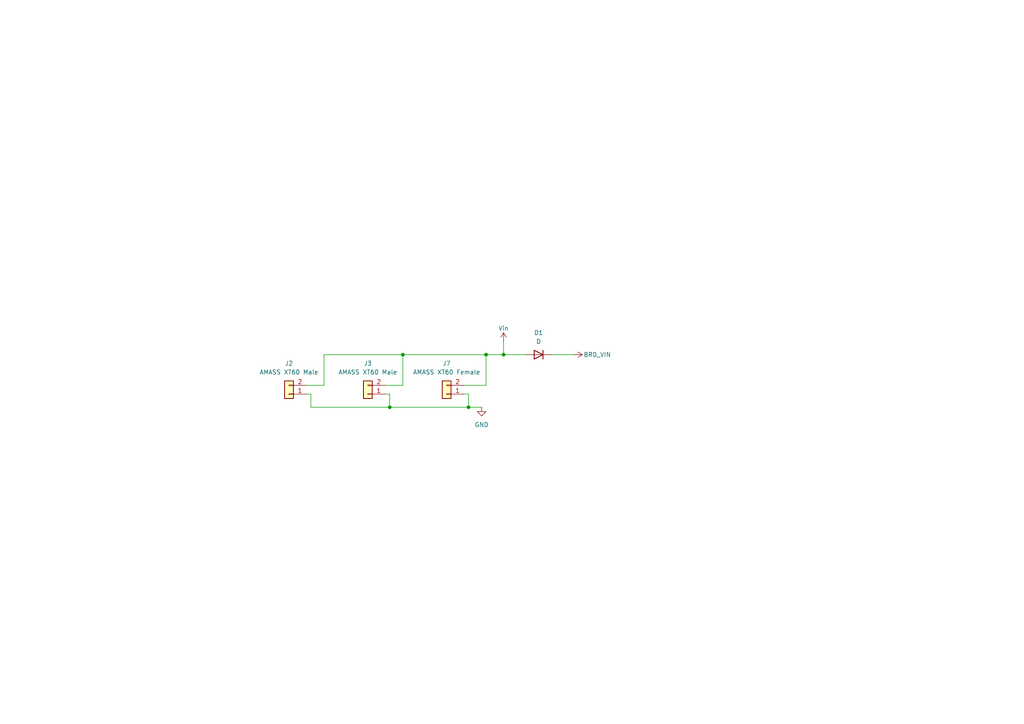
<source format=kicad_sch>
(kicad_sch
	(version 20250114)
	(generator "eeschema")
	(generator_version "9.0")
	(uuid "37e72a0e-97a9-42e4-9ff5-952c00b30024")
	(paper "A4")
	(lib_symbols
		(symbol "Connector_Generic:Conn_01x02"
			(pin_names
				(offset 1.016)
				(hide yes)
			)
			(exclude_from_sim no)
			(in_bom yes)
			(on_board yes)
			(property "Reference" "J"
				(at 0 2.54 0)
				(effects
					(font
						(size 1.27 1.27)
					)
				)
			)
			(property "Value" "Conn_01x02"
				(at 0 -5.08 0)
				(effects
					(font
						(size 1.27 1.27)
					)
				)
			)
			(property "Footprint" ""
				(at 0 0 0)
				(effects
					(font
						(size 1.27 1.27)
					)
					(hide yes)
				)
			)
			(property "Datasheet" "~"
				(at 0 0 0)
				(effects
					(font
						(size 1.27 1.27)
					)
					(hide yes)
				)
			)
			(property "Description" "Generic connector, single row, 01x02, script generated (kicad-library-utils/schlib/autogen/connector/)"
				(at 0 0 0)
				(effects
					(font
						(size 1.27 1.27)
					)
					(hide yes)
				)
			)
			(property "ki_keywords" "connector"
				(at 0 0 0)
				(effects
					(font
						(size 1.27 1.27)
					)
					(hide yes)
				)
			)
			(property "ki_fp_filters" "Connector*:*_1x??_*"
				(at 0 0 0)
				(effects
					(font
						(size 1.27 1.27)
					)
					(hide yes)
				)
			)
			(symbol "Conn_01x02_1_1"
				(rectangle
					(start -1.27 1.27)
					(end 1.27 -3.81)
					(stroke
						(width 0.254)
						(type default)
					)
					(fill
						(type background)
					)
				)
				(rectangle
					(start -1.27 0.127)
					(end 0 -0.127)
					(stroke
						(width 0.1524)
						(type default)
					)
					(fill
						(type none)
					)
				)
				(rectangle
					(start -1.27 -2.413)
					(end 0 -2.667)
					(stroke
						(width 0.1524)
						(type default)
					)
					(fill
						(type none)
					)
				)
				(pin passive line
					(at -5.08 0 0)
					(length 3.81)
					(name "Pin_1"
						(effects
							(font
								(size 1.27 1.27)
							)
						)
					)
					(number "1"
						(effects
							(font
								(size 1.27 1.27)
							)
						)
					)
				)
				(pin passive line
					(at -5.08 -2.54 0)
					(length 3.81)
					(name "Pin_2"
						(effects
							(font
								(size 1.27 1.27)
							)
						)
					)
					(number "2"
						(effects
							(font
								(size 1.27 1.27)
							)
						)
					)
				)
			)
			(embedded_fonts no)
		)
		(symbol "Device:D"
			(pin_numbers
				(hide yes)
			)
			(pin_names
				(offset 1.016)
				(hide yes)
			)
			(exclude_from_sim no)
			(in_bom yes)
			(on_board yes)
			(property "Reference" "D"
				(at 0 2.54 0)
				(effects
					(font
						(size 1.27 1.27)
					)
				)
			)
			(property "Value" "D"
				(at 0 -2.54 0)
				(effects
					(font
						(size 1.27 1.27)
					)
				)
			)
			(property "Footprint" ""
				(at 0 0 0)
				(effects
					(font
						(size 1.27 1.27)
					)
					(hide yes)
				)
			)
			(property "Datasheet" "~"
				(at 0 0 0)
				(effects
					(font
						(size 1.27 1.27)
					)
					(hide yes)
				)
			)
			(property "Description" "Diode"
				(at 0 0 0)
				(effects
					(font
						(size 1.27 1.27)
					)
					(hide yes)
				)
			)
			(property "Sim.Device" "D"
				(at 0 0 0)
				(effects
					(font
						(size 1.27 1.27)
					)
					(hide yes)
				)
			)
			(property "Sim.Pins" "1=K 2=A"
				(at 0 0 0)
				(effects
					(font
						(size 1.27 1.27)
					)
					(hide yes)
				)
			)
			(property "ki_keywords" "diode"
				(at 0 0 0)
				(effects
					(font
						(size 1.27 1.27)
					)
					(hide yes)
				)
			)
			(property "ki_fp_filters" "TO-???* *_Diode_* *SingleDiode* D_*"
				(at 0 0 0)
				(effects
					(font
						(size 1.27 1.27)
					)
					(hide yes)
				)
			)
			(symbol "D_0_1"
				(polyline
					(pts
						(xy -1.27 1.27) (xy -1.27 -1.27)
					)
					(stroke
						(width 0.254)
						(type default)
					)
					(fill
						(type none)
					)
				)
				(polyline
					(pts
						(xy 1.27 1.27) (xy 1.27 -1.27) (xy -1.27 0) (xy 1.27 1.27)
					)
					(stroke
						(width 0.254)
						(type default)
					)
					(fill
						(type none)
					)
				)
				(polyline
					(pts
						(xy 1.27 0) (xy -1.27 0)
					)
					(stroke
						(width 0)
						(type default)
					)
					(fill
						(type none)
					)
				)
			)
			(symbol "D_1_1"
				(pin passive line
					(at -3.81 0 0)
					(length 2.54)
					(name "K"
						(effects
							(font
								(size 1.27 1.27)
							)
						)
					)
					(number "1"
						(effects
							(font
								(size 1.27 1.27)
							)
						)
					)
				)
				(pin passive line
					(at 3.81 0 180)
					(length 2.54)
					(name "A"
						(effects
							(font
								(size 1.27 1.27)
							)
						)
					)
					(number "2"
						(effects
							(font
								(size 1.27 1.27)
							)
						)
					)
				)
			)
			(embedded_fonts no)
		)
		(symbol "power:GND"
			(power)
			(pin_numbers
				(hide yes)
			)
			(pin_names
				(offset 0)
				(hide yes)
			)
			(exclude_from_sim no)
			(in_bom yes)
			(on_board yes)
			(property "Reference" "#PWR"
				(at 0 -6.35 0)
				(effects
					(font
						(size 1.27 1.27)
					)
					(hide yes)
				)
			)
			(property "Value" "GND"
				(at 0 -3.81 0)
				(effects
					(font
						(size 1.27 1.27)
					)
				)
			)
			(property "Footprint" ""
				(at 0 0 0)
				(effects
					(font
						(size 1.27 1.27)
					)
					(hide yes)
				)
			)
			(property "Datasheet" ""
				(at 0 0 0)
				(effects
					(font
						(size 1.27 1.27)
					)
					(hide yes)
				)
			)
			(property "Description" "Power symbol creates a global label with name \"GND\" , ground"
				(at 0 0 0)
				(effects
					(font
						(size 1.27 1.27)
					)
					(hide yes)
				)
			)
			(property "ki_keywords" "global power"
				(at 0 0 0)
				(effects
					(font
						(size 1.27 1.27)
					)
					(hide yes)
				)
			)
			(symbol "GND_0_1"
				(polyline
					(pts
						(xy 0 0) (xy 0 -1.27) (xy 1.27 -1.27) (xy 0 -2.54) (xy -1.27 -1.27) (xy 0 -1.27)
					)
					(stroke
						(width 0)
						(type default)
					)
					(fill
						(type none)
					)
				)
			)
			(symbol "GND_1_1"
				(pin power_in line
					(at 0 0 270)
					(length 0)
					(name "~"
						(effects
							(font
								(size 1.27 1.27)
							)
						)
					)
					(number "1"
						(effects
							(font
								(size 1.27 1.27)
							)
						)
					)
				)
			)
			(embedded_fonts no)
		)
		(symbol "power:VCC"
			(power)
			(pin_numbers
				(hide yes)
			)
			(pin_names
				(offset 0)
				(hide yes)
			)
			(exclude_from_sim no)
			(in_bom yes)
			(on_board yes)
			(property "Reference" "#PWR"
				(at 0 -3.81 0)
				(effects
					(font
						(size 1.27 1.27)
					)
					(hide yes)
				)
			)
			(property "Value" "VCC"
				(at 0 3.556 0)
				(effects
					(font
						(size 1.27 1.27)
					)
				)
			)
			(property "Footprint" ""
				(at 0 0 0)
				(effects
					(font
						(size 1.27 1.27)
					)
					(hide yes)
				)
			)
			(property "Datasheet" ""
				(at 0 0 0)
				(effects
					(font
						(size 1.27 1.27)
					)
					(hide yes)
				)
			)
			(property "Description" "Power symbol creates a global label with name \"VCC\""
				(at 0 0 0)
				(effects
					(font
						(size 1.27 1.27)
					)
					(hide yes)
				)
			)
			(property "ki_keywords" "global power"
				(at 0 0 0)
				(effects
					(font
						(size 1.27 1.27)
					)
					(hide yes)
				)
			)
			(symbol "VCC_0_1"
				(polyline
					(pts
						(xy -0.762 1.27) (xy 0 2.54)
					)
					(stroke
						(width 0)
						(type default)
					)
					(fill
						(type none)
					)
				)
				(polyline
					(pts
						(xy 0 2.54) (xy 0.762 1.27)
					)
					(stroke
						(width 0)
						(type default)
					)
					(fill
						(type none)
					)
				)
				(polyline
					(pts
						(xy 0 0) (xy 0 2.54)
					)
					(stroke
						(width 0)
						(type default)
					)
					(fill
						(type none)
					)
				)
			)
			(symbol "VCC_1_1"
				(pin power_in line
					(at 0 0 90)
					(length 0)
					(name "~"
						(effects
							(font
								(size 1.27 1.27)
							)
						)
					)
					(number "1"
						(effects
							(font
								(size 1.27 1.27)
							)
						)
					)
				)
			)
			(embedded_fonts no)
		)
	)
	(junction
		(at 135.89 118.11)
		(diameter 0)
		(color 0 0 0 0)
		(uuid "1dd26557-6368-4665-a85b-3afbb8cdf53e")
	)
	(junction
		(at 140.97 102.87)
		(diameter 0)
		(color 0 0 0 0)
		(uuid "35a0aa31-3770-4050-9ec4-46be2cc29d9c")
	)
	(junction
		(at 113.03 118.11)
		(diameter 0)
		(color 0 0 0 0)
		(uuid "7347011f-81a9-4703-88fc-23c201e2c389")
	)
	(junction
		(at 116.84 102.87)
		(diameter 0)
		(color 0 0 0 0)
		(uuid "d9596ff6-d60c-4171-ac70-9304f922d73a")
	)
	(junction
		(at 146.05 102.87)
		(diameter 0)
		(color 0 0 0 0)
		(uuid "fbc14732-6bee-4282-ab64-9bb42b267752")
	)
	(wire
		(pts
			(xy 139.7 118.11) (xy 135.89 118.11)
		)
		(stroke
			(width 0)
			(type default)
		)
		(uuid "04dcd363-b170-43ba-ba81-db6675332917")
	)
	(wire
		(pts
			(xy 111.76 114.3) (xy 113.03 114.3)
		)
		(stroke
			(width 0)
			(type default)
		)
		(uuid "12e61dfa-c301-4976-9899-a61e2dde14e5")
	)
	(wire
		(pts
			(xy 135.89 114.3) (xy 134.62 114.3)
		)
		(stroke
			(width 0)
			(type default)
		)
		(uuid "188be83d-47ab-4478-b7b2-8913de7022f0")
	)
	(wire
		(pts
			(xy 113.03 118.11) (xy 113.03 114.3)
		)
		(stroke
			(width 0)
			(type default)
		)
		(uuid "1a053ad3-29c8-4700-938c-cfab9fb43a44")
	)
	(wire
		(pts
			(xy 140.97 111.76) (xy 140.97 102.87)
		)
		(stroke
			(width 0)
			(type default)
		)
		(uuid "22196674-a70b-4b0b-9baf-8cae58c1c514")
	)
	(wire
		(pts
			(xy 90.17 114.3) (xy 88.9 114.3)
		)
		(stroke
			(width 0)
			(type default)
		)
		(uuid "2bba548c-91eb-4996-ab96-e47e5f525fd6")
	)
	(wire
		(pts
			(xy 140.97 102.87) (xy 146.05 102.87)
		)
		(stroke
			(width 0)
			(type default)
		)
		(uuid "3992cf6a-f28c-4756-9af4-814af968059e")
	)
	(wire
		(pts
			(xy 146.05 102.87) (xy 152.4 102.87)
		)
		(stroke
			(width 0)
			(type default)
		)
		(uuid "52a46ed5-096f-48a2-b9a6-73307da2f16a")
	)
	(wire
		(pts
			(xy 90.17 118.11) (xy 90.17 114.3)
		)
		(stroke
			(width 0)
			(type default)
		)
		(uuid "6ce26d0b-df39-45da-9aa9-643875ce2101")
	)
	(wire
		(pts
			(xy 93.98 111.76) (xy 88.9 111.76)
		)
		(stroke
			(width 0)
			(type default)
		)
		(uuid "6e508d23-53a5-4338-bcc2-b00b47d4992b")
	)
	(wire
		(pts
			(xy 146.05 99.06) (xy 146.05 102.87)
		)
		(stroke
			(width 0)
			(type default)
		)
		(uuid "7b06c706-7be8-4649-8deb-b4778c8ef223")
	)
	(wire
		(pts
			(xy 134.62 111.76) (xy 140.97 111.76)
		)
		(stroke
			(width 0)
			(type default)
		)
		(uuid "890cc9b6-84a2-4348-9121-aff42c2e2f76")
	)
	(wire
		(pts
			(xy 116.84 102.87) (xy 93.98 102.87)
		)
		(stroke
			(width 0)
			(type default)
		)
		(uuid "90e24868-f075-43f0-b3f2-f722b0e752b4")
	)
	(wire
		(pts
			(xy 113.03 118.11) (xy 90.17 118.11)
		)
		(stroke
			(width 0)
			(type default)
		)
		(uuid "94e7887d-cd72-4771-a47e-c980d4592117")
	)
	(wire
		(pts
			(xy 160.02 102.87) (xy 166.37 102.87)
		)
		(stroke
			(width 0)
			(type default)
		)
		(uuid "95a8c77e-8d62-4217-8fc6-62c65136504b")
	)
	(wire
		(pts
			(xy 140.97 102.87) (xy 116.84 102.87)
		)
		(stroke
			(width 0)
			(type default)
		)
		(uuid "9d36d95e-8b26-464f-a40a-45005633a94a")
	)
	(wire
		(pts
			(xy 135.89 118.11) (xy 135.89 114.3)
		)
		(stroke
			(width 0)
			(type default)
		)
		(uuid "b09390ea-8681-4269-ab6b-249fb6fdb258")
	)
	(wire
		(pts
			(xy 116.84 102.87) (xy 116.84 111.76)
		)
		(stroke
			(width 0)
			(type default)
		)
		(uuid "dc2a1095-dcd3-4409-a6c2-b881043a7383")
	)
	(wire
		(pts
			(xy 116.84 111.76) (xy 111.76 111.76)
		)
		(stroke
			(width 0)
			(type default)
		)
		(uuid "eb066509-b13b-4f59-8441-92cff38575f2")
	)
	(wire
		(pts
			(xy 93.98 102.87) (xy 93.98 111.76)
		)
		(stroke
			(width 0)
			(type default)
		)
		(uuid "fa6da35b-e498-4a67-8716-bce39eed1ba1")
	)
	(wire
		(pts
			(xy 135.89 118.11) (xy 113.03 118.11)
		)
		(stroke
			(width 0)
			(type default)
		)
		(uuid "fea0fdd4-9cdc-4ffc-857f-5ae3081d61ce")
	)
	(symbol
		(lib_id "Connector_Generic:Conn_01x02")
		(at 106.68 114.3 180)
		(unit 1)
		(exclude_from_sim no)
		(in_bom yes)
		(on_board yes)
		(dnp no)
		(fields_autoplaced yes)
		(uuid "07f04aac-591b-4043-9646-93d5f95f5595")
		(property "Reference" "J3"
			(at 106.68 105.41 0)
			(effects
				(font
					(size 1.27 1.27)
				)
			)
		)
		(property "Value" "AMASS XT60 Male"
			(at 106.68 107.95 0)
			(effects
				(font
					(size 1.27 1.27)
				)
			)
		)
		(property "Footprint" "XT60:AMASS_XT60PW-M_1x02_P7.20mm_Horizontal"
			(at 106.68 114.3 0)
			(effects
				(font
					(size 1.27 1.27)
				)
				(hide yes)
			)
		)
		(property "Datasheet" "~"
			(at 106.68 114.3 0)
			(effects
				(font
					(size 1.27 1.27)
				)
				(hide yes)
			)
		)
		(property "Description" "Generic connector, single row, 01x02, script generated (kicad-library-utils/schlib/autogen/connector/)"
			(at 106.68 114.3 0)
			(effects
				(font
					(size 1.27 1.27)
				)
				(hide yes)
			)
		)
		(property "LCSC" "C98732"
			(at 106.68 114.3 0)
			(effects
				(font
					(size 1.27 1.27)
				)
				(hide yes)
			)
		)
		(pin "1"
			(uuid "c9a7aed3-f2ea-4cc5-b3ae-7142cbf6a820")
		)
		(pin "2"
			(uuid "96cdfef8-9165-4638-8476-d74b85a1d521")
		)
		(instances
			(project "MMS2_hat_template_small"
				(path "/6596548a-44e0-46d8-8624-fd71cf4a3e17/f11c3b61-ae6a-4858-9d37-bbf426f44fb0"
					(reference "J3")
					(unit 1)
				)
			)
		)
	)
	(symbol
		(lib_id "Connector_Generic:Conn_01x02")
		(at 83.82 114.3 180)
		(unit 1)
		(exclude_from_sim no)
		(in_bom yes)
		(on_board yes)
		(dnp no)
		(fields_autoplaced yes)
		(uuid "0ff6488c-dd9e-444f-afe8-242c0dfa59ef")
		(property "Reference" "J2"
			(at 83.82 105.41 0)
			(effects
				(font
					(size 1.27 1.27)
				)
			)
		)
		(property "Value" "AMASS XT60 Male"
			(at 83.82 107.95 0)
			(effects
				(font
					(size 1.27 1.27)
				)
			)
		)
		(property "Footprint" "XT60:AMASS_XT60PW-M_1x02_P7.20mm_Horizontal"
			(at 83.82 114.3 0)
			(effects
				(font
					(size 1.27 1.27)
				)
				(hide yes)
			)
		)
		(property "Datasheet" "~"
			(at 83.82 114.3 0)
			(effects
				(font
					(size 1.27 1.27)
				)
				(hide yes)
			)
		)
		(property "Description" "Generic connector, single row, 01x02, script generated (kicad-library-utils/schlib/autogen/connector/)"
			(at 83.82 114.3 0)
			(effects
				(font
					(size 1.27 1.27)
				)
				(hide yes)
			)
		)
		(property "LCSC" "C98732"
			(at 83.82 114.3 0)
			(effects
				(font
					(size 1.27 1.27)
				)
				(hide yes)
			)
		)
		(pin "1"
			(uuid "4f9e86f0-f5a3-42bc-a546-1752b980d17c")
		)
		(pin "2"
			(uuid "8c580749-1775-418b-a707-daafb66c09cf")
		)
		(instances
			(project "MMS2_hat_template_small"
				(path "/6596548a-44e0-46d8-8624-fd71cf4a3e17/f11c3b61-ae6a-4858-9d37-bbf426f44fb0"
					(reference "J2")
					(unit 1)
				)
			)
		)
	)
	(symbol
		(lib_id "power:VCC")
		(at 166.37 102.87 270)
		(unit 1)
		(exclude_from_sim no)
		(in_bom yes)
		(on_board yes)
		(dnp no)
		(uuid "2fe0878f-0a1a-4ca0-a3be-a432f630b775")
		(property "Reference" "#PWR031"
			(at 162.56 102.87 0)
			(effects
				(font
					(size 1.27 1.27)
				)
				(hide yes)
			)
		)
		(property "Value" "BRD_VIN"
			(at 173.228 102.87 90)
			(effects
				(font
					(size 1.27 1.27)
				)
			)
		)
		(property "Footprint" ""
			(at 166.37 102.87 0)
			(effects
				(font
					(size 1.27 1.27)
				)
				(hide yes)
			)
		)
		(property "Datasheet" ""
			(at 166.37 102.87 0)
			(effects
				(font
					(size 1.27 1.27)
				)
				(hide yes)
			)
		)
		(property "Description" "Power symbol creates a global label with name \"VCC\""
			(at 166.37 102.87 0)
			(effects
				(font
					(size 1.27 1.27)
				)
				(hide yes)
			)
		)
		(pin "1"
			(uuid "395bbc6a-742d-424a-bf39-85f3d5ccd64d")
		)
		(instances
			(project "MMS2_hat_template_small"
				(path "/6596548a-44e0-46d8-8624-fd71cf4a3e17/f11c3b61-ae6a-4858-9d37-bbf426f44fb0"
					(reference "#PWR031")
					(unit 1)
				)
			)
		)
	)
	(symbol
		(lib_id "Connector_Generic:Conn_01x02")
		(at 129.54 114.3 180)
		(unit 1)
		(exclude_from_sim no)
		(in_bom yes)
		(on_board yes)
		(dnp no)
		(fields_autoplaced yes)
		(uuid "3b4bf1a3-9299-4a0f-a632-011cd216f9dc")
		(property "Reference" "J7"
			(at 129.54 105.41 0)
			(effects
				(font
					(size 1.27 1.27)
				)
			)
		)
		(property "Value" "AMASS XT60 Female"
			(at 129.54 107.95 0)
			(effects
				(font
					(size 1.27 1.27)
				)
			)
		)
		(property "Footprint" "XT60:AMASS_XT60PW-F_1x02_P7.20mm_Horizontal"
			(at 129.54 114.3 0)
			(effects
				(font
					(size 1.27 1.27)
				)
				(hide yes)
			)
		)
		(property "Datasheet" "~"
			(at 129.54 114.3 0)
			(effects
				(font
					(size 1.27 1.27)
				)
				(hide yes)
			)
		)
		(property "Description" "Generic connector, single row, 01x02, script generated (kicad-library-utils/schlib/autogen/connector/)"
			(at 129.54 114.3 0)
			(effects
				(font
					(size 1.27 1.27)
				)
				(hide yes)
			)
		)
		(property "LCSC" "C428722"
			(at 129.54 114.3 0)
			(effects
				(font
					(size 1.27 1.27)
				)
				(hide yes)
			)
		)
		(pin "1"
			(uuid "1f0a0aa9-06c9-473b-a50e-daac96659fe6")
		)
		(pin "2"
			(uuid "9a1911cf-0106-4559-990e-6625deef32c2")
		)
		(instances
			(project "MMS2_hat_template_small"
				(path "/6596548a-44e0-46d8-8624-fd71cf4a3e17/f11c3b61-ae6a-4858-9d37-bbf426f44fb0"
					(reference "J7")
					(unit 1)
				)
			)
		)
	)
	(symbol
		(lib_id "Device:D")
		(at 156.21 102.87 180)
		(unit 1)
		(exclude_from_sim no)
		(in_bom yes)
		(on_board yes)
		(dnp no)
		(fields_autoplaced yes)
		(uuid "4682ebf8-5d73-4ff7-b3c4-f78a1979f242")
		(property "Reference" "D1"
			(at 156.21 96.52 0)
			(effects
				(font
					(size 1.27 1.27)
				)
			)
		)
		(property "Value" "D"
			(at 156.21 99.06 0)
			(effects
				(font
					(size 1.27 1.27)
				)
			)
		)
		(property "Footprint" ""
			(at 156.21 102.87 0)
			(effects
				(font
					(size 1.27 1.27)
				)
				(hide yes)
			)
		)
		(property "Datasheet" "~"
			(at 156.21 102.87 0)
			(effects
				(font
					(size 1.27 1.27)
				)
				(hide yes)
			)
		)
		(property "Description" "Diode"
			(at 156.21 102.87 0)
			(effects
				(font
					(size 1.27 1.27)
				)
				(hide yes)
			)
		)
		(property "Sim.Device" "D"
			(at 156.21 102.87 0)
			(effects
				(font
					(size 1.27 1.27)
				)
				(hide yes)
			)
		)
		(property "Sim.Pins" "1=K 2=A"
			(at 156.21 102.87 0)
			(effects
				(font
					(size 1.27 1.27)
				)
				(hide yes)
			)
		)
		(pin "1"
			(uuid "c83f9b45-bfb9-47ec-b149-25a7ee23a9ce")
		)
		(pin "2"
			(uuid "c4b79806-aef9-4621-8741-46727b7b0257")
		)
		(instances
			(project ""
				(path "/6596548a-44e0-46d8-8624-fd71cf4a3e17/f11c3b61-ae6a-4858-9d37-bbf426f44fb0"
					(reference "D1")
					(unit 1)
				)
			)
		)
	)
	(symbol
		(lib_id "power:VCC")
		(at 146.05 99.06 0)
		(unit 1)
		(exclude_from_sim no)
		(in_bom yes)
		(on_board yes)
		(dnp no)
		(uuid "482f3d78-37dc-49ed-95b2-aacea4eb394d")
		(property "Reference" "#PWR034"
			(at 146.05 102.87 0)
			(effects
				(font
					(size 1.27 1.27)
				)
				(hide yes)
			)
		)
		(property "Value" "Vin"
			(at 146.05 95.25 0)
			(effects
				(font
					(size 1.27 1.27)
				)
			)
		)
		(property "Footprint" ""
			(at 146.05 99.06 0)
			(effects
				(font
					(size 1.27 1.27)
				)
				(hide yes)
			)
		)
		(property "Datasheet" ""
			(at 146.05 99.06 0)
			(effects
				(font
					(size 1.27 1.27)
				)
				(hide yes)
			)
		)
		(property "Description" "Power symbol creates a global label with name \"VCC\""
			(at 146.05 99.06 0)
			(effects
				(font
					(size 1.27 1.27)
				)
				(hide yes)
			)
		)
		(pin "1"
			(uuid "8b1361c4-b645-43a2-8ec0-0b8f0372543c")
		)
		(instances
			(project "MMS2_hat_template_small"
				(path "/6596548a-44e0-46d8-8624-fd71cf4a3e17/f11c3b61-ae6a-4858-9d37-bbf426f44fb0"
					(reference "#PWR034")
					(unit 1)
				)
			)
		)
	)
	(symbol
		(lib_id "power:GND")
		(at 139.7 118.11 0)
		(unit 1)
		(exclude_from_sim no)
		(in_bom yes)
		(on_board yes)
		(dnp no)
		(fields_autoplaced yes)
		(uuid "eebdd2e0-7c94-4a1e-9d2e-c9e02d368a57")
		(property "Reference" "#PWR035"
			(at 139.7 124.46 0)
			(effects
				(font
					(size 1.27 1.27)
				)
				(hide yes)
			)
		)
		(property "Value" "GND"
			(at 139.7 123.19 0)
			(effects
				(font
					(size 1.27 1.27)
				)
			)
		)
		(property "Footprint" ""
			(at 139.7 118.11 0)
			(effects
				(font
					(size 1.27 1.27)
				)
				(hide yes)
			)
		)
		(property "Datasheet" ""
			(at 139.7 118.11 0)
			(effects
				(font
					(size 1.27 1.27)
				)
				(hide yes)
			)
		)
		(property "Description" "Power symbol creates a global label with name \"GND\" , ground"
			(at 139.7 118.11 0)
			(effects
				(font
					(size 1.27 1.27)
				)
				(hide yes)
			)
		)
		(pin "1"
			(uuid "70941336-1671-42d0-ab21-f55549fab953")
		)
		(instances
			(project ""
				(path "/6596548a-44e0-46d8-8624-fd71cf4a3e17/f11c3b61-ae6a-4858-9d37-bbf426f44fb0"
					(reference "#PWR035")
					(unit 1)
				)
			)
		)
	)
)

</source>
